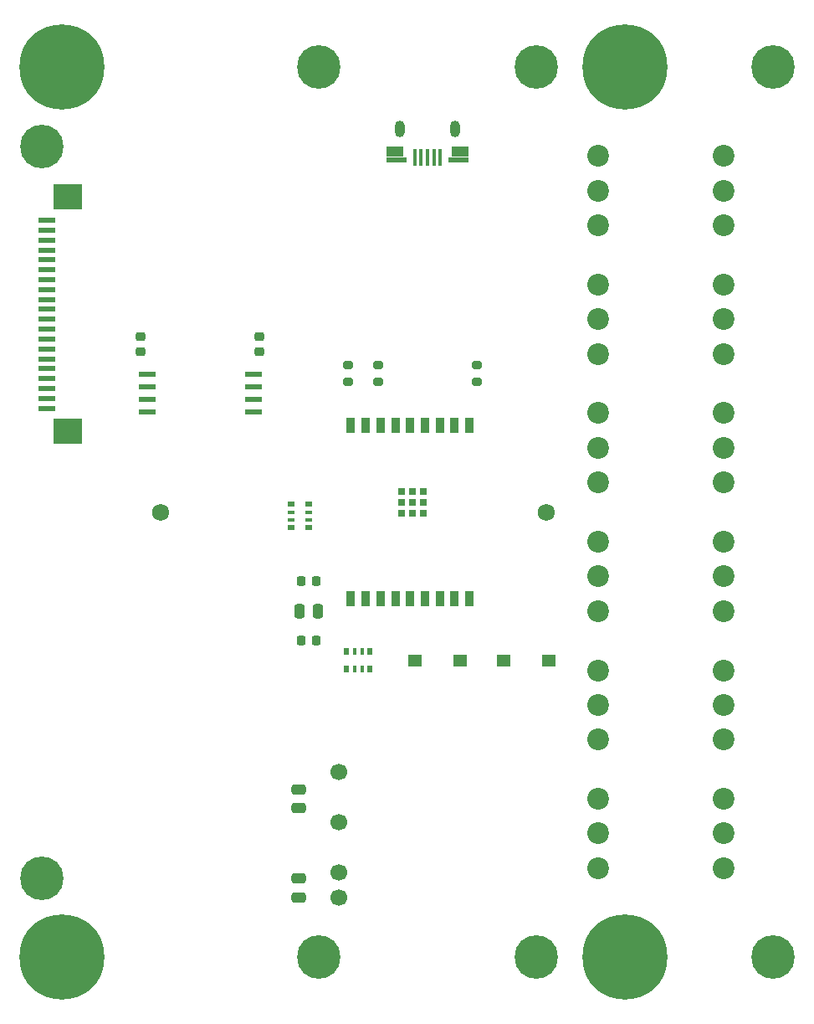
<source format=gbr>
%TF.GenerationSoftware,KiCad,Pcbnew,9.0.6*%
%TF.CreationDate,2025-11-30T12:45:29+03:00*%
%TF.ProjectId,PMIFC-1Wx12,504d4946-432d-4315-9778-31322e6b6963,rev?*%
%TF.SameCoordinates,PX3dfd240PY5f5e100*%
%TF.FileFunction,Soldermask,Top*%
%TF.FilePolarity,Negative*%
%FSLAX46Y46*%
G04 Gerber Fmt 4.6, Leading zero omitted, Abs format (unit mm)*
G04 Created by KiCad (PCBNEW 9.0.6) date 2025-11-30 12:45:29*
%MOMM*%
%LPD*%
G01*
G04 APERTURE LIST*
G04 Aperture macros list*
%AMRoundRect*
0 Rectangle with rounded corners*
0 $1 Rounding radius*
0 $2 $3 $4 $5 $6 $7 $8 $9 X,Y pos of 4 corners*
0 Add a 4 corners polygon primitive as box body*
4,1,4,$2,$3,$4,$5,$6,$7,$8,$9,$2,$3,0*
0 Add four circle primitives for the rounded corners*
1,1,$1+$1,$2,$3*
1,1,$1+$1,$4,$5*
1,1,$1+$1,$6,$7*
1,1,$1+$1,$8,$9*
0 Add four rect primitives between the rounded corners*
20,1,$1+$1,$2,$3,$4,$5,0*
20,1,$1+$1,$4,$5,$6,$7,0*
20,1,$1+$1,$6,$7,$8,$9,0*
20,1,$1+$1,$8,$9,$2,$3,0*%
G04 Aperture macros list end*
%ADD10C,0.700000*%
%ADD11C,4.400000*%
%ADD12C,2.200000*%
%ADD13RoundRect,0.225000X0.250000X-0.225000X0.250000X0.225000X-0.250000X0.225000X-0.250000X-0.225000X0*%
%ADD14R,1.701800X0.558800*%
%ADD15R,1.346200X1.244600*%
%ADD16RoundRect,0.200000X-0.275000X0.200000X-0.275000X-0.200000X0.275000X-0.200000X0.275000X0.200000X0*%
%ADD17C,1.725000*%
%ADD18R,0.889000X1.498600*%
%ADD19R,0.711200X0.711200*%
%ADD20RoundRect,0.225000X0.225000X0.250000X-0.225000X0.250000X-0.225000X-0.250000X0.225000X-0.250000X0*%
%ADD21RoundRect,0.250000X0.250000X0.475000X-0.250000X0.475000X-0.250000X-0.475000X0.250000X-0.475000X0*%
%ADD22RoundRect,0.250000X0.475000X-0.250000X0.475000X0.250000X-0.475000X0.250000X-0.475000X-0.250000X0*%
%ADD23C,0.900000*%
%ADD24C,8.600000*%
%ADD25RoundRect,0.250000X-0.475000X0.250000X-0.475000X-0.250000X0.475000X-0.250000X0.475000X0.250000X0*%
%ADD26R,0.500000X0.800000*%
%ADD27R,0.400000X0.800000*%
%ADD28R,0.406400X1.750000*%
%ADD29R,1.654126X1.104108*%
%ADD30R,2.108196X0.496100*%
%ADD31O,1.000000X1.700000*%
%ADD32R,2.108196X0.496108*%
%ADD33R,1.654066X1.104100*%
%ADD34R,1.800000X0.600000*%
%ADD35R,3.000000X2.600000*%
%ADD36R,0.800000X0.500000*%
%ADD37R,0.800000X0.400000*%
%ADD38C,1.700000*%
G04 APERTURE END LIST*
D10*
%TO.C,U1*%
X-38650000Y37000000D03*
X-38650000Y-37000000D03*
X-38166726Y38166726D03*
X-38166726Y35833274D03*
X-38166726Y-35833274D03*
X-38166726Y-38166726D03*
X-37000000Y38650000D03*
D11*
X-37000000Y37000000D03*
D10*
X-37000000Y35350000D03*
X-37000000Y-35350000D03*
D11*
X-37000000Y-37000000D03*
D10*
X-37000000Y-38650000D03*
X-35833274Y38166726D03*
X-35833274Y35833274D03*
X-35833274Y-35833274D03*
X-35833274Y-38166726D03*
X-35350000Y37000000D03*
X-35350000Y-37000000D03*
X-10650000Y45000000D03*
X-10650000Y-45000000D03*
X-10166726Y46166726D03*
X-10166726Y43833274D03*
X-10166726Y-43833274D03*
X-10166726Y-46166726D03*
X-9000000Y46650000D03*
D11*
X-9000000Y45000000D03*
D10*
X-9000000Y43350000D03*
X-9000000Y-43350000D03*
D11*
X-9000000Y-45000000D03*
D10*
X-9000000Y-46650000D03*
X-7833274Y46166726D03*
X-7833274Y43833274D03*
X-7833274Y-43833274D03*
X-7833274Y-46166726D03*
X-7350000Y45000000D03*
X-7350000Y-45000000D03*
%TD*%
D12*
%TO.C,J6*%
X32000000Y-36000000D03*
X32000000Y-32500000D03*
X32000000Y-29000000D03*
X19300000Y-36000000D03*
X19300000Y-32500000D03*
X19300000Y-29000000D03*
%TD*%
D13*
%TO.C,C6*%
X-27000000Y16225000D03*
X-27000000Y17775000D03*
%TD*%
D14*
%TO.C,U11*%
X-26384800Y13905000D03*
X-26384800Y12635000D03*
X-26384800Y11365000D03*
X-26384800Y10095000D03*
X-15615200Y10095000D03*
X-15615200Y11365000D03*
X-15615200Y12635000D03*
X-15615200Y13905000D03*
%TD*%
D13*
%TO.C,C5*%
X-15000000Y16225000D03*
X-15000000Y17775000D03*
%TD*%
D15*
%TO.C,SW2*%
X5286000Y-15000000D03*
X714000Y-15000000D03*
%TD*%
D16*
%TO.C,R1*%
X7000000Y14825000D03*
X7000000Y13175000D03*
%TD*%
D17*
%TO.C,U4*%
X14000000Y0D03*
%TD*%
D10*
%TO.C,SP1*%
X11350000Y45000000D03*
X11350000Y-45000000D03*
X11833274Y46166726D03*
X11833274Y43833274D03*
X11833274Y-43833274D03*
X11833274Y-46166726D03*
X13000000Y46650000D03*
D11*
X13000000Y45000000D03*
D10*
X13000000Y43350000D03*
X13000000Y-43350000D03*
D11*
X13000000Y-45000000D03*
D10*
X13000000Y-46650000D03*
X14166726Y46166726D03*
X14166726Y43833274D03*
X14166726Y-43833274D03*
X14166726Y-46166726D03*
X14650000Y45000000D03*
X14650000Y-45000000D03*
X35350000Y45000000D03*
X35350000Y-45000000D03*
X35833274Y46166726D03*
X35833274Y43833274D03*
X35833274Y-43833274D03*
X35833274Y-46166726D03*
X37000000Y46650000D03*
D11*
X37000000Y45000000D03*
D10*
X37000000Y43350000D03*
X37000000Y-43350000D03*
D11*
X37000000Y-45000000D03*
D10*
X37000000Y-46650000D03*
X38166726Y46166726D03*
X38166726Y43833274D03*
X38166726Y-43833274D03*
X38166726Y-46166726D03*
X38650000Y45000000D03*
X38650000Y-45000000D03*
%TD*%
D18*
%TO.C,U2*%
X-5749998Y-8750000D03*
X-4249999Y-8750000D03*
X-2749999Y-8750000D03*
X-1250000Y-8750000D03*
X250000Y-8750000D03*
X1750000Y-8750000D03*
X3250002Y-8750000D03*
X4750001Y-8750000D03*
X6250001Y-8750000D03*
X6249998Y8750000D03*
X4749999Y8750000D03*
X3249999Y8750000D03*
X1750000Y8750000D03*
X250000Y8750000D03*
X-1250000Y8750000D03*
X-2750002Y8750000D03*
X-4250001Y8750000D03*
X-5750001Y8750000D03*
D19*
X-650000Y-140000D03*
X450000Y-140000D03*
X1550000Y-140000D03*
X-650000Y960000D03*
X450000Y960000D03*
X1550000Y960000D03*
X-650000Y2060000D03*
X450000Y2060000D03*
X1550000Y2060000D03*
%TD*%
D16*
%TO.C,R3*%
X-3000000Y14825000D03*
X-3000000Y13175000D03*
%TD*%
D20*
%TO.C,C11*%
X-9225000Y-7000000D03*
X-10775000Y-7000000D03*
%TD*%
D12*
%TO.C,J4*%
X32000000Y3000000D03*
X32000000Y6500000D03*
X32000000Y10000000D03*
X19300000Y3000000D03*
X19300000Y6500000D03*
X19300000Y10000000D03*
%TD*%
D21*
%TO.C,C10*%
X-9050000Y-10000000D03*
X-10950000Y-10000000D03*
%TD*%
D20*
%TO.C,C9*%
X-9225000Y-13000000D03*
X-10775000Y-13000000D03*
%TD*%
D16*
%TO.C,R2*%
X-6000000Y14825000D03*
X-6000000Y13175000D03*
%TD*%
D22*
%TO.C,C1*%
X-11000000Y-38950000D03*
X-11000000Y-37050000D03*
%TD*%
D23*
%TO.C,H2*%
X-38225000Y45000000D03*
X-37280419Y47280419D03*
X-37280419Y42719581D03*
X-35000000Y48225000D03*
D24*
X-35000000Y45000000D03*
D23*
X-35000000Y41775000D03*
X-32719581Y47280419D03*
X-32719581Y42719581D03*
X-31775000Y45000000D03*
%TD*%
D12*
%TO.C,J1*%
X32000000Y29000000D03*
X32000000Y32500000D03*
X32000000Y36000000D03*
X19300000Y29000000D03*
X19300000Y32500000D03*
X19300000Y36000000D03*
%TD*%
D25*
%TO.C,C2*%
X-11000000Y-28050000D03*
X-11000000Y-29950000D03*
%TD*%
D26*
%TO.C,RN2*%
X-3800000Y-14100000D03*
D27*
X-4600000Y-14100000D03*
X-5400000Y-14100000D03*
D26*
X-6200000Y-14100000D03*
X-6200000Y-15900000D03*
D27*
X-5400000Y-15900000D03*
X-4600000Y-15900000D03*
D26*
X-3800000Y-15900000D03*
%TD*%
D28*
%TO.C,J7*%
X3299972Y35877042D03*
X2649986Y35877042D03*
X2000000Y35877042D03*
X1350014Y35877042D03*
D29*
X5327035Y36450204D03*
D30*
X5100001Y35650100D03*
D31*
X4825001Y38752158D03*
D28*
X700028Y35877042D03*
D31*
X-825001Y38752158D03*
D32*
X-1099997Y35650096D03*
D33*
X-1327061Y36450200D03*
%TD*%
D17*
%TO.C,U3*%
X-25000000Y0D03*
%TD*%
D34*
%TO.C,JM1*%
X-36546000Y10500000D03*
X-36546000Y11500000D03*
X-36546000Y12500000D03*
X-36546000Y13500000D03*
X-36546000Y14500000D03*
X-36546000Y15500000D03*
X-36546000Y16500000D03*
X-36546000Y17500000D03*
X-36546000Y18500000D03*
X-36546000Y19500000D03*
X-36546000Y20500000D03*
X-36546000Y21500000D03*
X-36546000Y22500000D03*
X-36546000Y23500000D03*
X-36546000Y24500000D03*
X-36546000Y25500000D03*
X-36546000Y26500000D03*
X-36546000Y27500000D03*
X-36546000Y28500000D03*
X-36546000Y29500000D03*
D35*
X-34375000Y8150000D03*
X-34375000Y31850000D03*
%TD*%
D12*
%TO.C,J3*%
X32000000Y-10000000D03*
X32000000Y-6500000D03*
X32000000Y-3000000D03*
X19300000Y-10000000D03*
X19300000Y-6500000D03*
X19300000Y-3000000D03*
%TD*%
D36*
%TO.C,RN1*%
X-11800000Y800000D03*
D37*
X-11800000Y0D03*
X-11800000Y-800000D03*
D36*
X-11800000Y-1600000D03*
X-10000000Y-1600000D03*
D37*
X-10000000Y-800000D03*
X-10000000Y0D03*
D36*
X-10000000Y800000D03*
%TD*%
D12*
%TO.C,J2*%
X32000000Y16000000D03*
X32000000Y19500000D03*
X32000000Y23000000D03*
X19300000Y16000000D03*
X19300000Y19500000D03*
X19300000Y23000000D03*
%TD*%
D38*
%TO.C,PS1*%
X-7000000Y-39000000D03*
X-7000000Y-36460000D03*
X-7000000Y-31380000D03*
X-7000000Y-26300000D03*
%TD*%
D23*
%TO.C,H1*%
X18775000Y45000000D03*
X19719581Y47280419D03*
X19719581Y42719581D03*
X22000000Y48225000D03*
D24*
X22000000Y45000000D03*
D23*
X22000000Y41775000D03*
X24280419Y47280419D03*
X24280419Y42719581D03*
X25225000Y45000000D03*
%TD*%
D15*
%TO.C,SW1*%
X14286000Y-15000000D03*
X9714000Y-15000000D03*
%TD*%
D23*
%TO.C,H3*%
X18775000Y-45000000D03*
X19719581Y-42719581D03*
X19719581Y-47280419D03*
X22000000Y-41775000D03*
D24*
X22000000Y-45000000D03*
D23*
X22000000Y-48225000D03*
X24280419Y-42719581D03*
X24280419Y-47280419D03*
X25225000Y-45000000D03*
%TD*%
D12*
%TO.C,J5*%
X32000000Y-23000000D03*
X32000000Y-19500000D03*
X32000000Y-16000000D03*
X19300000Y-23000000D03*
X19300000Y-19500000D03*
X19300000Y-16000000D03*
%TD*%
D23*
%TO.C,H4*%
X-38225000Y-45000000D03*
X-37280419Y-42719581D03*
X-37280419Y-47280419D03*
X-35000000Y-41775000D03*
D24*
X-35000000Y-45000000D03*
D23*
X-35000000Y-48225000D03*
X-32719581Y-42719581D03*
X-32719581Y-47280419D03*
X-31775000Y-45000000D03*
%TD*%
M02*

</source>
